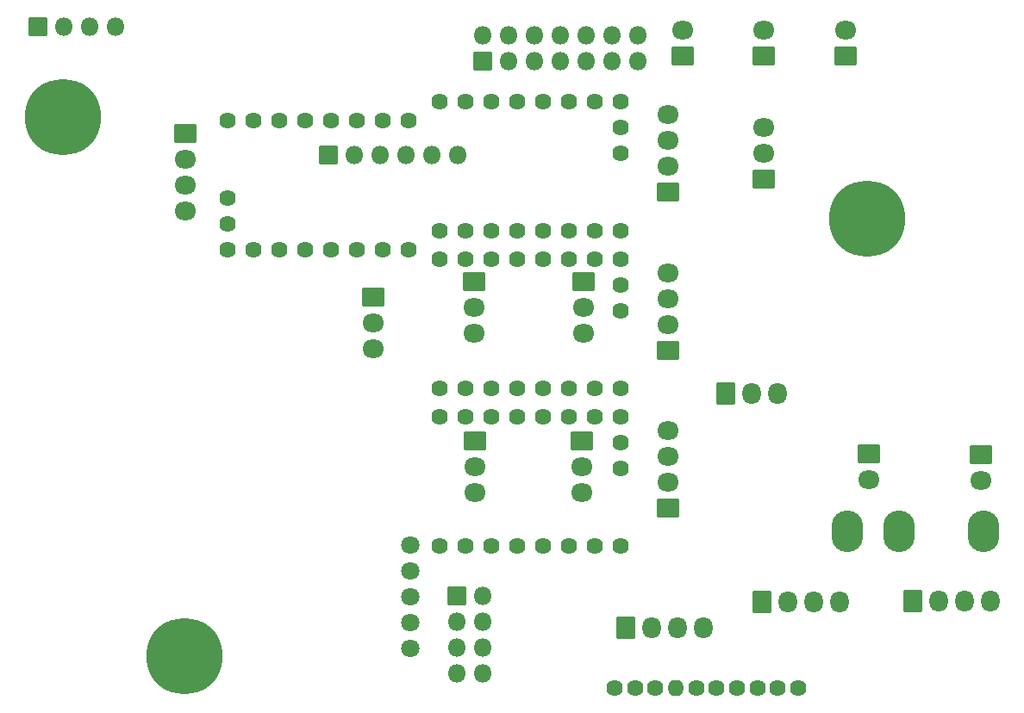
<source format=gbs>
G04 #@! TF.GenerationSoftware,KiCad,Pcbnew,6.0.6-3a73a75311~116~ubuntu20.04.1*
G04 #@! TF.CreationDate,2022-07-28T13:36:28+02:00*
G04 #@! TF.ProjectId,Buddy_shield_extractor,42756464-795f-4736-9869-656c645f6578,rev?*
G04 #@! TF.SameCoordinates,Original*
G04 #@! TF.FileFunction,Soldermask,Bot*
G04 #@! TF.FilePolarity,Negative*
%FSLAX46Y46*%
G04 Gerber Fmt 4.6, Leading zero omitted, Abs format (unit mm)*
G04 Created by KiCad (PCBNEW 6.0.6-3a73a75311~116~ubuntu20.04.1) date 2022-07-28 13:36:28*
%MOMM*%
%LPD*%
G01*
G04 APERTURE LIST*
G04 Aperture macros list*
%AMRoundRect*
0 Rectangle with rounded corners*
0 $1 Rounding radius*
0 $2 $3 $4 $5 $6 $7 $8 $9 X,Y pos of 4 corners*
0 Add a 4 corners polygon primitive as box body*
4,1,4,$2,$3,$4,$5,$6,$7,$8,$9,$2,$3,0*
0 Add four circle primitives for the rounded corners*
1,1,$1+$1,$2,$3*
1,1,$1+$1,$4,$5*
1,1,$1+$1,$6,$7*
1,1,$1+$1,$8,$9*
0 Add four rect primitives between the rounded corners*
20,1,$1+$1,$2,$3,$4,$5,0*
20,1,$1+$1,$4,$5,$6,$7,0*
20,1,$1+$1,$6,$7,$8,$9,0*
20,1,$1+$1,$8,$9,$2,$3,0*%
G04 Aperture macros list end*
%ADD10RoundRect,0.050000X0.863600X-1.016000X0.863600X1.016000X-0.863600X1.016000X-0.863600X-1.016000X0*%
%ADD11O,1.827200X2.132000*%
%ADD12RoundRect,0.050000X-1.016000X-0.863600X1.016000X-0.863600X1.016000X0.863600X-1.016000X0.863600X0*%
%ADD13O,2.132000X1.827200*%
%ADD14C,1.624000*%
%ADD15RoundRect,0.050000X1.016000X0.863600X-1.016000X0.863600X-1.016000X-0.863600X1.016000X-0.863600X0*%
%ADD16RoundRect,0.050000X0.850000X-0.850000X0.850000X0.850000X-0.850000X0.850000X-0.850000X-0.850000X0*%
%ADD17O,1.800000X1.800000*%
%ADD18C,1.800000*%
%ADD19RoundRect,0.050000X-0.850000X0.850000X-0.850000X-0.850000X0.850000X-0.850000X0.850000X0.850000X0*%
%ADD20RoundRect,0.050000X0.850000X0.850000X-0.850000X0.850000X-0.850000X-0.850000X0.850000X-0.850000X0*%
%ADD21C,5.900000*%
%ADD22C,7.500000*%
%ADD23O,3.100000X4.100000*%
%ADD24O,1.624000X1.624000*%
G04 APERTURE END LIST*
D10*
G04 #@! TO.C,J3*
X165890000Y-98490000D03*
D11*
X168430000Y-98490000D03*
X170970000Y-98490000D03*
G04 #@! TD*
D12*
G04 #@! TO.C,J7*
X179890000Y-104410000D03*
D13*
X179890000Y-106950000D03*
G04 #@! TD*
D10*
G04 #@! TO.C,J14*
X184230000Y-118860000D03*
D11*
X186770000Y-118860000D03*
X189310000Y-118860000D03*
X191850000Y-118860000D03*
G04 #@! TD*
D12*
G04 #@! TO.C,J25*
X151700000Y-103150000D03*
D13*
X151700000Y-105690000D03*
X151700000Y-108230000D03*
G04 #@! TD*
D12*
G04 #@! TO.C,J4*
X190940000Y-104450000D03*
D13*
X190940000Y-106990000D03*
G04 #@! TD*
D14*
G04 #@! TO.C,U2*
X137740000Y-97980000D03*
X140280000Y-97980000D03*
X142820000Y-97980000D03*
X145360000Y-97980000D03*
X147900000Y-97980000D03*
X150440000Y-97980000D03*
X152980000Y-97980000D03*
X155520000Y-97980000D03*
X137740000Y-85280000D03*
X140280000Y-85280000D03*
X142820000Y-85280000D03*
X145360000Y-85280000D03*
X147900000Y-85280000D03*
X150440000Y-85280000D03*
X152980000Y-85280000D03*
X155520000Y-85280000D03*
X155520000Y-87820000D03*
X155520000Y-90360000D03*
G04 #@! TD*
D12*
G04 #@! TO.C,J24*
X141200000Y-103100000D03*
D13*
X141200000Y-105640000D03*
X141200000Y-108180000D03*
G04 #@! TD*
D10*
G04 #@! TO.C,J19*
X156044000Y-121482000D03*
D11*
X158584000Y-121482000D03*
X161124000Y-121482000D03*
X163664000Y-121482000D03*
G04 #@! TD*
D12*
G04 #@! TO.C,J12*
X112800000Y-72900000D03*
D13*
X112800000Y-75440000D03*
X112800000Y-77980000D03*
X112800000Y-80520000D03*
G04 #@! TD*
D10*
G04 #@! TO.C,J18*
X169444000Y-118972000D03*
D11*
X171984000Y-118972000D03*
X174524000Y-118972000D03*
X177064000Y-118972000D03*
G04 #@! TD*
D15*
G04 #@! TO.C,J28*
X161600000Y-65250000D03*
D13*
X161600000Y-62710000D03*
G04 #@! TD*
D16*
G04 #@! TO.C,J17*
X126850000Y-75050000D03*
D17*
X129390000Y-75050000D03*
X131930000Y-75050000D03*
X134470000Y-75050000D03*
X137010000Y-75050000D03*
X139550000Y-75050000D03*
G04 #@! TD*
D15*
G04 #@! TO.C,J27*
X169600000Y-65250000D03*
D13*
X169600000Y-62710000D03*
G04 #@! TD*
D15*
G04 #@! TO.C,J26*
X177600000Y-65250000D03*
D13*
X177600000Y-62710000D03*
G04 #@! TD*
D18*
G04 #@! TO.C,J9*
X134850000Y-123530000D03*
X134850000Y-120990000D03*
X134850000Y-118450000D03*
X134850000Y-115910000D03*
X134850000Y-113370000D03*
G04 #@! TD*
D12*
G04 #@! TO.C,J22*
X141100000Y-87500000D03*
D13*
X141100000Y-90040000D03*
X141100000Y-92580000D03*
G04 #@! TD*
D14*
G04 #@! TO.C,U1*
X134710000Y-71620000D03*
X132170000Y-71620000D03*
X129630000Y-71620000D03*
X127090000Y-71620000D03*
X124550000Y-71620000D03*
X122010000Y-71620000D03*
X119470000Y-71620000D03*
X116930000Y-71620000D03*
X134710000Y-84320000D03*
X132170000Y-84320000D03*
X129630000Y-84320000D03*
X127090000Y-84320000D03*
X124550000Y-84320000D03*
X122010000Y-84320000D03*
X119470000Y-84320000D03*
X116930000Y-84320000D03*
X116930000Y-81780000D03*
X116930000Y-79240000D03*
G04 #@! TD*
G04 #@! TO.C,U4*
X137740000Y-113480000D03*
X140280000Y-113480000D03*
X142820000Y-113480000D03*
X145360000Y-113480000D03*
X147900000Y-113480000D03*
X150440000Y-113480000D03*
X152980000Y-113480000D03*
X155520000Y-113480000D03*
X137740000Y-100780000D03*
X140280000Y-100780000D03*
X142820000Y-100780000D03*
X145360000Y-100780000D03*
X147900000Y-100780000D03*
X150440000Y-100780000D03*
X152980000Y-100780000D03*
X155520000Y-100780000D03*
X155520000Y-103320000D03*
X155520000Y-105860000D03*
G04 #@! TD*
D15*
G04 #@! TO.C,J29*
X160200000Y-109700000D03*
D13*
X160200000Y-107160000D03*
X160200000Y-104620000D03*
X160200000Y-102080000D03*
G04 #@! TD*
D15*
G04 #@! TO.C,J11*
X160200000Y-94200000D03*
D13*
X160200000Y-91660000D03*
X160200000Y-89120000D03*
X160200000Y-86580000D03*
G04 #@! TD*
D15*
G04 #@! TO.C,J30*
X160200000Y-78700000D03*
D13*
X160200000Y-76160000D03*
X160200000Y-73620000D03*
X160200000Y-71080000D03*
G04 #@! TD*
D15*
G04 #@! TO.C,J20*
X169600000Y-77350000D03*
D13*
X169600000Y-74810000D03*
X169600000Y-72270000D03*
G04 #@! TD*
D12*
G04 #@! TO.C,J21*
X131250000Y-89000000D03*
D13*
X131250000Y-91540000D03*
X131250000Y-94080000D03*
G04 #@! TD*
D14*
G04 #@! TO.C,U3*
X137740000Y-82480000D03*
X140280000Y-82480000D03*
X142820000Y-82480000D03*
X145360000Y-82480000D03*
X147900000Y-82480000D03*
X150440000Y-82480000D03*
X152980000Y-82480000D03*
X155520000Y-82480000D03*
X137740000Y-69780000D03*
X140280000Y-69780000D03*
X142820000Y-69780000D03*
X145360000Y-69780000D03*
X147900000Y-69780000D03*
X150440000Y-69780000D03*
X152980000Y-69780000D03*
X155520000Y-69780000D03*
X155520000Y-72320000D03*
X155520000Y-74860000D03*
G04 #@! TD*
D12*
G04 #@! TO.C,J23*
X151900000Y-87500000D03*
D13*
X151900000Y-90040000D03*
X151900000Y-92580000D03*
G04 #@! TD*
D19*
G04 #@! TO.C,J1*
X98300000Y-62360000D03*
D17*
X100840000Y-62360000D03*
X103380000Y-62360000D03*
X105920000Y-62360000D03*
G04 #@! TD*
D20*
G04 #@! TO.C,J2*
X139450000Y-118360000D03*
D17*
X141990000Y-118360000D03*
X139450000Y-120900000D03*
X141990000Y-120900000D03*
X139450000Y-123440000D03*
X141990000Y-123440000D03*
X139450000Y-125980000D03*
X141990000Y-125980000D03*
G04 #@! TD*
D19*
G04 #@! TO.C,J5*
X141990000Y-65790000D03*
D17*
X141990000Y-63250000D03*
X144530000Y-65790000D03*
X144530000Y-63250000D03*
X147070000Y-65790000D03*
X147070000Y-63250000D03*
X149610000Y-65790000D03*
X149610000Y-63250000D03*
X152150000Y-65790000D03*
X152150000Y-63250000D03*
X154690000Y-65790000D03*
X154690000Y-63250000D03*
X157230000Y-65790000D03*
X157230000Y-63250000D03*
G04 #@! TD*
D21*
G04 #@! TO.C,J8*
X100710000Y-71280000D03*
D22*
X100710000Y-71280000D03*
G04 #@! TD*
D23*
G04 #@! TO.C,J13*
X177800000Y-112020000D03*
X182880000Y-112020000D03*
G04 #@! TD*
D21*
G04 #@! TO.C,J10*
X112700000Y-124280000D03*
D22*
X112700000Y-124280000D03*
G04 #@! TD*
D21*
G04 #@! TO.C,J15*
X179780000Y-81290000D03*
D22*
X179780000Y-81290000D03*
G04 #@! TD*
D23*
G04 #@! TO.C,J6*
X191140000Y-112040000D03*
G04 #@! TD*
D14*
G04 #@! TO.C,A1*
X154950000Y-127400000D03*
X156950000Y-127400000D03*
X158950000Y-127400000D03*
D24*
X160950000Y-127400000D03*
D14*
X162950000Y-127400000D03*
X164950000Y-127400000D03*
X166950000Y-127400000D03*
X168950000Y-127400000D03*
X170950000Y-127400000D03*
X172950000Y-127400000D03*
G04 #@! TD*
M02*

</source>
